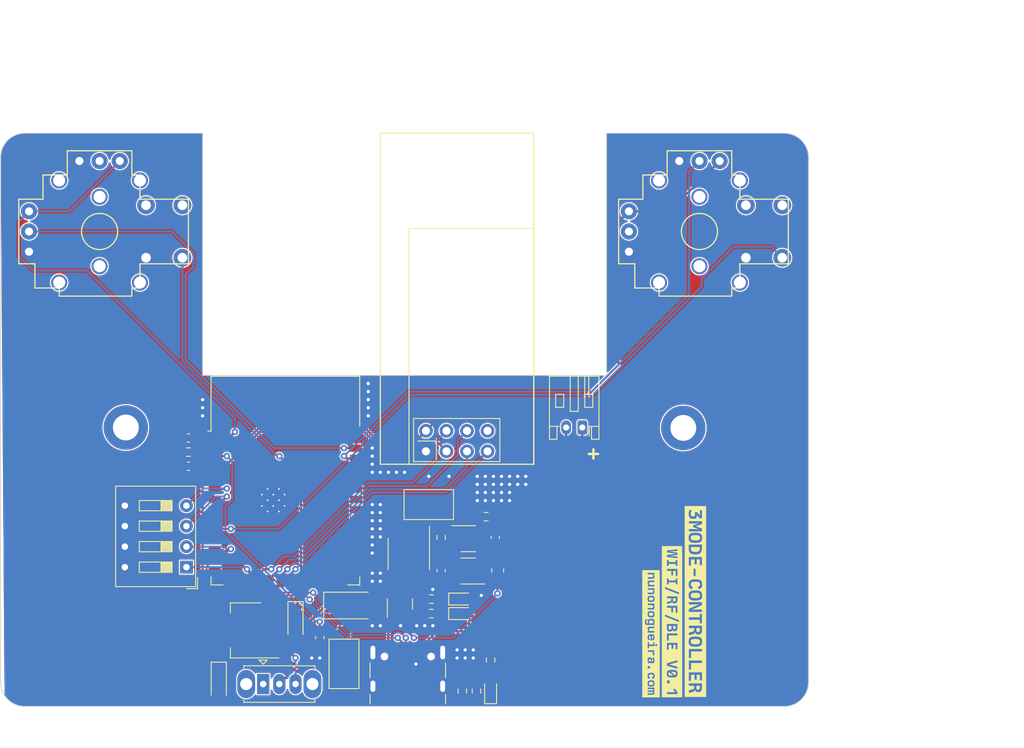
<source format=kicad_pcb>
(kicad_pcb (version 20240108) (generator "pcbnew") (generator_version "8.0")
  (title_block (date "2024-04-21"))
  (layers (0 "F.Cu" signal) (31 "B.Cu" signal) (34 "B.Paste" user) (35 "F.Paste" user) (36 "B.SilkS" user "B.Silkscreen") (37 "F.SilkS" user "F.Silkscreen") (38 "B.Mask" user) (39 "F.Mask" user) (44 "Edge.Cuts" user))
  (net 0 "")
  (net 1 "ESP32-RESET")
  (net 2 "GND")
  (net 3 "+5V")
  (net 4 "+3.3V")
  (net 5 "Net-(IC1-VCC)")
  (net 6 "Net-(IC1-GND)")
  (net 7 "Net-(SW4-C)")
  (net 8 "Net-(D1-A)")
  (net 9 "Net-(D2-K)")
  (net 10 "Net-(D3-K)")
  (net 11 "VSPLY")
  (net 12 "Net-(IC1-OD)")
  (net 13 "Net-(IC1-CS)")
  (net 14 "Net-(IC1-OC)")
  (net 16 "Net-(J2-CC1)")
  (net 17 "ESP32-D+")
  (net 18 "ESP32-D-")
  (net 20 "Net-(J2-CC2)")
  (net 22 "VBAT+PROTECT")
  (net 23 "Net-(U1-PROG)")
  (net 24 "Net-(U1-~{STDBY})")
  (net 25 "Net-(U1-~{CHRG})")
  (net 26 "ESP32-BOOT0")
  (net 28 "ESP32_RF_SPI_CE")
  (net 29 "ESP32-PULLUP-3")
  (net 30 "ESP32-PULLUP-4")
  (net 33 "ESP32-PULLUP-2")
  (net 37 "ESP32_RF_SPI_CNS")
  (net 38 "ESP32_RF_SPI_MOSI")
  (net 39 "ESP32_RF_SPI_SCK")
  (net 40 "ESP32_RF_SPI_MISO")
  (net 41 "ESP32-PULLUP-1")
  (net 56 "ESP32_JOYSTICK_X")
  (net 57 "ESP32_JOYSTICK_Y")
  (net 62 "JS_LEFT_IRQ")
  (net 65 "JS_RIGHT_IRQ")
  (footprint "Capacitor_SMD:C_0603_1608Metric_Pad1.08x0.95mm_HandSolder" (layer "F.Cu") (at 283.25 127.25 180)
    (property "Reference" "C3" (hide yes))
    (property "Value" "10u")
  )
  (footprint "RF_Module:ESP32-S3-WROOM-1" (layer "F.Cu") (at 295.25 132.5)
    (property "Reference" "U2" (hide yes))
    (property "Value" "ESP32-S3-WROOM-1")
  )
  (footprint "kibuzzard-66255856" (layer "F.Cu") (at 340.5 151.5 -90)
    (property "Reference" "kibuzzard-66255856" (hide yes))
    (property "Value" "G***" (hide yes))
  )
  (footprint "Resistor_SMD:R_0603_1608Metric_Pad0.98x0.95mm_HandSolder" (layer "F.Cu") (at 314.52875 139.575 -90)
    (property "Reference" "R2" (hide yes))
    (property "Value" "1.2k")
  )
  (footprint "kibuzzard-66255BA9" (layer "F.Cu") (at 343.1 150 -90)
    (property "Reference" "kibuzzard-66255BA9" (hide yes))
    (property "Value" "G***" (hide yes))
  )
  (footprint "Button_Switch_SMD:SW_SPST_CK_RS282G05A3" (layer "F.Cu") (at 302.5 155.2275 -90)
    (property "Reference" "SW1" (hide yes))
    (property "Value" "reset")
  )
  (footprint "Package_TO_SOT_SMD:SOT-23-6_Handsoldering" (layer "F.Cu") (at 317.87875 139.725)
    (property "Reference" "IC1" (hide yes))
    (property "Value" "DW01A")
    (property "VALUE" "DW01A" (hide yes))
  )
  (footprint "Capacitor_Tantalum_SMD:CP_EIA-3216-18_Kemet-A_Pad1.58x1.35mm_HandSolder" (layer "F.Cu") (at 287 157.5 -90)
    (property "Reference" "C8" (hide yes))
    (property "Value" "10u")
  )
  (footprint "Package_TO_SOT_SMD:SOT-23" (layer "F.Cu") (at 309.425 147.8125 90)
    (property "Reference" "Q1" (hide yes))
    (property "Value" "FDN336P")
  )
  (footprint "Package_TO_SOT_SMD:SOT-23-6_Handsoldering" (layer "F.Cu") (at 317.87875 143.725 180)
    (property "Reference" "U4" (hide yes))
    (property "Value" "FH8205")
  )
  (footprint "LED_SMD:LED_0603_1608Metric_Pad1.05x0.95mm_HandSolder" (layer "F.Cu") (at 317.125 149)
    (property "Reference" "D3" (hide yes))
    (property "Value" "GLED")
  )
  (footprint "Resistor_SMD:R_0805_2012Metric_Pad1.20x1.40mm_HandSolder" (layer "F.Cu") (at 321.52875 143.675 90)
    (property "Reference" "R5" (hide yes))
    (property "Value" "100")
  )
  (footprint "Resistor_SMD:R_0603_1608Metric_Pad0.98x0.95mm_HandSolder" (layer "F.Cu") (at 313.3125 149 180)
    (property "Reference" "R6" (hide yes))
    (property "Value" "5.1K")
  )
  (footprint "Button_Switch_THT:SW_Slide_1P2T_CK_OS102011MS2Q" (layer "F.Cu") (at 292.5 157.7275)
    (property "Reference" "SW4" (hide yes))
    (property "Value" "SW_SPDT")
  )
  (footprint "Package_SO:SOP-8_3.9x4.9mm_P1.27mm" (layer "F.Cu") (at 310.52875 141.625 -90)
    (property "Reference" "U1" (hide yes))
    (property "Value" "TP4056")
  )
  (footprint "kicad-lib-input:RKJXV1224005" (layer "F.Cu") (at 272.25 101.675 90)
    (property "Reference" "U7" (hide yes))
    (property "Value" "RKJXV1224005")
  )
  (footprint "Button_Switch_THT:SW_DIP_SPSTx04_Slide_9.78x12.34mm_W7.62mm_P2.54mm" (layer "F.Cu") (at 283 143.25 180)
    (property "Reference" "SW3" (hide yes))
    (property "Value" "SW_DIP_x04")
  )
  (footprint "LED_SMD:LED_0603_1608Metric_Pad1.05x0.95mm_HandSolder" (layer "F.Cu") (at 320.65 158.5 90)
    (property "Reference" "D1" (hide yes))
    (property "Value" "LED")
  )
  (footprint "Diode_SMD:D_SMA" (layer "F.Cu") (at 303.5 148)
    (property "Reference" "D4" (hide yes))
    (property "Value" "SS14")
  )
  (footprint "Capacitor_SMD:C_0603_1608Metric_Pad1.08x0.95mm_HandSolder" (layer "F.Cu") (at 314.52875 143.675 90)
    (property "Reference" "C2" (hide yes))
    (property "Value" "0.1u")
  )
  (footprint "Resistor_SMD:R_0603_1608Metric_Pad0.98x0.95mm_HandSolder" (layer "F.Cu") (at 320.65 154.75 90)
    (property "Reference" "R7" (hide yes))
    (property "Value" "5.1K")
  )
  (footprint "MountingHole:MountingHole_3.2mm_M3_ISO14580_Pad" (layer "F.Cu") (at 344.5 126)
    (property "Reference" "H2" (hide yes))
    (property "Value" "MountingHole")
  )
  (footprint "Button_Switch_SMD:SW_SPST_CK_RS282G05A3" (layer "F.Cu") (at 313 135.5)
    (property "Reference" "SW2" (hide yes))
    (property "Value" "boot")
  )
  (footprint "Capacitor_SMD:C_0603_1608Metric_Pad1.08x0.95mm_HandSolder" (layer "F.Cu") (at 283.25 130.75 180)
    (property "Reference" "C5" (hide yes))
    (property "Value" "10u")
  )
  (footprint "kicad-lib-input:RKJXV1224005" (layer "F.Cu") (at 346.5 101.675 90)
    (property "Reference" "U8" (hide yes))
    (property "Value" "RKJXV1224005")
  )
  (footprint "MountingHole:MountingHole_3.2mm_M3_ISO14580_Pad" (layer "F.Cu") (at 275.5 125.95)
    (property "Reference" "H1" (hide yes))
    (property "Value" "MountingHole")
  )
  (footprint "Connector_USB:USB_C_Receptacle_GCT_USB4105-xx-A_16P_TopMnt_Horizontal" (layer "F.Cu") (at 310.4 156.925)
    (property "Reference" "J2" (hide yes))
    (property "Value" "USB_C_Receptacle")
  )
  (footprint "Resistor_SMD:R_0603_1608Metric_Pad0.98x0.95mm_HandSolder" (layer "F.Cu") (at 318.9 158.5875 -90)
    (property "Reference" "R4" (hide yes))
    (property "Value" "5.1K")
  )
  (footprint "Package_TO_SOT_SMD:SOT-223-3_TabPin2" (layer "F.Cu") (at 290.35 151.08 180)
    (property "Reference" "U5" (hide yes))
    (property "Value" "AMS1117-3.3")
  )
  (footprint "Resistor_SMD:R_0603_1608Metric_Pad0.98x0.95mm_HandSolder" (layer "F.Cu") (at 283.25 129)
    (property "Reference" "R1" (hide yes))
    (property "Value" "5.1K")
  )
  (footprint "Resistor_SMD:R_0603_1608Metric_Pad0.98x0.95mm_HandSolder" (layer "F.Cu") (at 320.0875 137)
    (property "Reference" "R9" (hide yes))
    (property "Value" "1k")
  )
  (footprint "LED_SMD:LED_0603_1608Metric_Pad1.05x0.95mm_HandSolder" (layer "F.Cu") (at 317.125 147.2)
    (property "Reference" "D2" (hide yes))
    (property "Value" "RLED")
  )
  (footprint "Connector_JST:JST_PH_S2B-PH-K_1x02_P2.00mm_Horizontal" (layer "F.Cu") (at 332 125.95 180)
    (property "Reference" "J1" (hide yes))
    (property "Value" "JST XH")
  )
  (footprint "Capacitor_Tantalum_SMD:CP_EIA-3216-18_Kemet-A_Pad1.58x1.35mm_HandSolder" (layer "F.Cu") (at 296.5 150 -90)
    (property "Reference" "C7" (hide yes))
    (property "Value" "10u")
  )
  (footprint "Resistor_SMD:R_0603_1608Metric_Pad0.98x0.95mm_HandSolder" (layer "F.Cu") (at 313.3125 147.2 180)
    (property "Reference" "R10" (hide yes))
    (property "Value" "5.1K")
  )
  (footprint "Capacitor_SMD:C_0603_1608Metric_Pad1.08x0.95mm_HandSolder" (layer "F.Cu") (at 299.5 151.9775 -90)
    (property "Reference" "C1" (hide yes))
    (property "Value" "1u")
  )
  (footprint "Capacitor_SMD:C_0603_1608Metric_Pad1.08x0.95mm_HandSolder" (layer "F.Cu") (at 321.22875 139.575 90)
    (property "Reference" "C4" (hide yes))
    (property "Value" "0.1u")
  )
  (footprint "RF_Module:nRF24L01_Breakout" (layer "F.Cu") (at 312.65 128.9 90)
    (property "Reference" "U6" (hide yes))
    (property "Value" "NRF24L01_Breakout")
  )
  (footprint "kibuzzard-662557D5" (layer "F.Cu") (at 346 147.5 -90)
    (property "Reference" "kibuzzard-662557D5" (hide yes))
    (property "Value" "G***" (hide yes))
  )
  (footprint "Resistor_SMD:R_0603_1608Metric_Pad0.98x0.95mm_HandSolder" (layer "F.Cu") (at 317.15 158.5875 90)
    (property "Reference" "R3" (hide yes))
    (property "Value" "5.1K")
  )
  (gr_rect (start 307 89.5) (end 326 130.5) (stroke (width 0.15)) (fill none) (layer "F.SilkS"))
  (gr_line (start 285 89.5) (end 285 119.5) (stroke (width 0.1)) (layer "Edge.Cuts"))
  (gr_line (start 335 89.5) (end 335 119.5) (stroke (width 0.1)) (layer "Edge.Cuts"))
  (gr_line (start 357 160.5) (end 263 160.5) (stroke (width 0.1)) (layer "Edge.Cuts"))
  (gr_arc (start 357 89.5) (mid 359.12132 90.37868) (end 360 92.5) (stroke (width 0.1)) (layer "Edge.Cuts"))
  (gr_arc (start 263 160.5) (mid 260.87868 159.62132) (end 260 157.5) (stroke (width 0.1)) (layer "Edge.Cuts"))
  (gr_line (start 263 89.5) (end 285 89.5) (stroke (width 0.1)) (layer "Edge.Cuts"))
  (gr_arc (start 260 92.5) (mid 260.87868 90.37868) (end 263 89.5) (stroke (width 0.1)) (layer "Edge.Cuts"))
  (gr_line (start 360 92.5) (end 360 157.5) (stroke (width 0.1)) (layer "Edge.Cuts"))
  (gr_line (start 285 119.5) (end 335 119.5) (stroke (width 0.1)) (layer "Edge.Cuts"))
  (gr_arc (start 360 157.5) (mid 359.12132 159.62132) (end 357 160.5) (stroke (width 0.1)) (layer "Edge.Cuts"))
  (gr_line (start 357 89.5) (end 335 89.5) (stroke (width 0.1)) (layer "Edge.Cuts"))
  (gr_line (start 260 157.5) (end 260 92.5) (stroke (width 0.1)) (layer "Edge.Cuts"))
  (gr_text "+" (at 334.5 130 0) (layer "F.SilkS") (effects (font (size 1.5 1.5) (thickness 0.3) (bold yes)) (justify left bottom mirror)))
  (segment (start 284.9425 129.78) (end 284.1625 129) (width 0.25) (layer "F.Cu") (net 1))
  (segment (start 299.5 150) (end 299.5 151.115) (width 0.25) (layer "F.Cu") (net 1))
  (segment (start 299.5 151.115) (end 299.885 151.115) (width 0.25) (layer "F.Cu") (net 1))
  (segment (start 288 129.5) (end 286.78 129.5) (width 0.25) (layer "F.Cu") (net 1))
  (segment (start 286.5 129.78) (end 284.9425 129.78) (width 0.25) (layer "F.Cu") (net 1))
  (segment (start 300.0975 151.3275) (end 302.5 151.3275) (width 0.25) (layer "F.Cu") (net 1))
  (segment (start 299.885 151.115) (end 300.0975 151.3275) (width 0.25) (layer "F.Cu") (net 1))
  (segment (start 286.78 129.5) (end 286.5 129.78) (width 0.25) (layer "F.Cu") (net 1))
  (via (at 299.5 150) (size 0.8) (drill 0.4) (layers "F.Cu" "B.Cu") (net 1))
  (via (at 288 129.5) (size 0.8) (drill 0.4) (layers "F.Cu" "B.Cu") (net 1))
  (segment (start 299.045405 150) (end 299.5 150) (width 0.25) (layer "B.Cu") (net 1))
  (segment (start 295.5 146.454595) (end 287.825 138.779595) (width 0.25) (layer "B.Cu") (net 1))
  (segment (start 295.5 146.454595) (end 299.045405 150) (width 0.25) (layer "B.Cu") (net 1))
  (segment (start 288.675 134.88528) (end 288.675 130.175) (width 0.25) (layer "B.Cu") (net 1))
  (segment (start 287.825 135.73528) (end 288.675 134.88528) (width 0.25) (layer "B.Cu") (net 1))
  (segment (start 288.675 130.175) (end 288 129.5) (width 0.25) (layer "B.Cu") (net 1))
  (segment (start 287.825 138.779595) (end 287.825 135.73528) (width 0.25) (layer "B.Cu") (net 1))
  (via (at 306 140.5) (size 0.8) (drill 0.4) (layers "F.Cu" "B.Cu") (net 2))
  (via (at 299.5 154.5) (size 0.8) (drill 0.4) (layers "F.Cu" "B.Cu") (net 2))
  (via (at 307 139.5) (size 0.8) (drill 0.4) (layers "F.Cu" "B.Cu") (net 2))
  (via (at 319 133) (size 0.8) (drill 0.4) (layers "F.Cu" "B.Cu") (net 2))
  (via (at 307 144) (size 0.8) (drill 0.4) (layers "F.Cu" "B.Cu") (net 2))
  (via (at 317.5 154.5) (size 0.8) (drill 0.4) (layers "F.Cu" "B.Cu") (net 2))
  (via (at 313.5 150.5) (size 0.8) (drill 0.4) (layers "F.Cu" "B.Cu") (net 2))
  (via (at 298.5 154.5) (size 0.8) (drill 0.4) (layers "F.Cu" "B.Cu") (net 2))
  (via (at 307 135.5) (size 0.8) (drill 0.4) (layers "F.Cu" "B.Cu") (net 2))
  (via (at 320 133) (size 0.8) (drill 0.4) (layers "F.Cu" "B.Cu") (net 2))
  (via (at 305.5 124.5) (size 0.8) (drill 0.4) (layers "F.Cu" "B.Cu") (net 2))
  (via (at 320 132) (size 0.8) (drill 0.4) (layers "F.Cu" "B.Cu") (net 2))
  (via (at 319.5 146.75) (size 0.8) (drill 0.4) (layers "F.Cu" "B.Cu") (net 2))
  (via (at 306 130.5) (size 0.8) (drill 0.4) (layers "F.Cu" "B.Cu") (net 2))
  (via (at 306 131.5) (size 0.8) (drill 0.4) (layers "F.Cu" "B.Cu") (net 2))
  (via (at 313.5 146) (size 0.8) (drill 0.4) (layers "F.Cu" "B.Cu") (net 2))
  (via (at 311.5 150.5) (size 0.8) (drill 0.4) (layers "F.Cu" "B.Cu") (net 2))
  (via (at 325 133) (size 0.8) (drill 0.4) (layers "F.Cu" "B.Cu") (net 2))
  (via (at 321 135) (size 0.8) (drill 0.4) (layers "F.Cu" "B.Cu") (net 2))
  (via (at 317.5 153.5) (size 0.8) (drill 0.4) (layers "F.Cu" "B.Cu") (net 2))
  (via (at 316.5 153.5) (size 0.8) (drill 0.4) (layers "F.Cu" "B.Cu") (net 2))
  (via (at 306 141.5) (size 0.8) (drill 0.4) (layers "F.Cu" "B.Cu") (net 2))
  (via (at 285 124.5) (size 0.8) (drill 0.4) (layers "F.Cu" "B.Cu") (net 2))
  (via (at 325 132) (size 0.8) (drill 0.4) (layers "F.Cu" "B.Cu") (net 2))
  (via (at 324 132) (size 0.8) (drill 0.4) (layers "F.Cu" "B.Cu") (net 2))
  (via (at 319 135) (size 0.8) (drill 0.4) (layers "F.Cu" "B.Cu") (net 2))
  (via (at 323 134) (size 0.8) (drill 0.4) (layers "F.Cu" "B.Cu") (net 2))
  (via (at 322 133) (size 0.8) (drill 0.4) (layers "F.Cu" "B.Cu") (net 2))
  (via (at 306 144) (size 0.8) (drill 0.4) (layers "F.Cu" "B.Cu") (net 2))
  (via (at 305.5 121.5) (size 0.8) (drill 0.4) (layers "F.Cu" "B.Cu") (net 2))
  (via (at 305.5 120.5) (size 0.8) (drill 0.4) (layers "F.Cu" "B.Cu") (net 2))
  (via (at 320 134) (size 0.8) (drill 0.4) (layers "F.Cu" "B.Cu") (net 2))
  (via (at 306 135.5) (size 0.8) (drill 0.4) (layers "F.Cu" "B.Cu") (net 2))
  (via (at 321 133) (size 0.8) (drill 0.4) (layers "F.Cu" "B.Cu") (net 2))
  (via (at 309 131.5) (size 0.8) (drill 0.4) (layers "F.Cu" "B.Cu") (net 2))
  (via (at 318.5 154.5) (size 0.8) (drill 0.4) (layers "F.Cu" "B.Cu") (net 2))
  (via (at 319 134) (size 0.8) (drill 0.4) (layers "F.Cu" "B.Cu") (net 2))
  (via (at 318.5 153.5) (size 0.8) (drill 0.4) (layers "F.Cu" "B.Cu") (net 2))
  (via (at 307 145) (size 0.8) (drill 0.4) (layers "F.Cu" "B.Cu") (net 2))
  (via (at 310 131.5) (size 0.8) (drill 0.4) (layers "F.Cu" "B.Cu") (net 2))
  (via (at 315.5 132) (size 0.8) (drill 0.4) (layers "F.Cu" "B.Cu") (net 2))
  (via (at 305.5 123.5) (size 0.8) (drill 0.4) (layers "F.Cu" "B.Cu") (net 2))
  (via (at 320 135) (size 0.8) (drill 0.4) (layers "F.Cu" "B.Cu") (net 2))
  (via (at 306 150.5) (size 0.8) (drill 0.4) (layers "F.Cu" "B.Cu") (net 2))
  (via (at 306 138.5) (size 0.8) (drill 0.4) (layers "F.Cu" "B.Cu") (net 2))
  (via (at 285 122.5) (size 0.8) (drill 0.4) (layers "F.Cu" "B.Cu") (net 2))
  (via (at 322 134) (size 0.8) (drill 0.4) (layers "F.Cu" "B.Cu") (net 2))
  (via (at 321 132) (size 0.8) (drill 0.4) (layers "F.Cu" "B.Cu") (net 2))
  (via (at 306 128.5) (size 0.8) (drill 0.4) (layers "F.Cu" "B.Cu") (net 2))
  (via (at 313 132) (size 0.8) (drill 0.4) (layers "F.Cu" "B.Cu") (net 2))
  (via (at 307 150.5) (size 0.8) (drill 0.4) (layers "F.Cu" "B.Cu") (net 2))
  (via (at 309.5 150.5) (size 0.8) (drill 0.4) (layers "F.Cu" "B.Cu") (net 2))
  (via (at 312.5 150.5) (size 0.8) (drill 0.4) (layers "F.Cu" "B.Cu") (net 2))
  (via (at 324 133) (size 0.8) (drill 0.4) (layers "F.Cu" "B.Cu") (net 2))
  (via (at 307 137.5) (size 0.8) (drill 0.4) (layers "F.Cu" "B.Cu") (net 2))
  (via (at 323 135) (size 0.8) (drill 0.4) (layers "F.Cu" "B.Cu") (net 2))
  (via (at 307 131.5) (size 0.8) (drill 0.4) (layers "F.Cu" "B.Cu") (net 2))
  (via (at 316.5 154.5) (size 0.8) (drill 0.4) (layers "F.Cu" "B.Cu") (net 2))
  (via (at 306 129.5) (size 0.8) (drill 0.4) (layers "F.Cu" "B.Cu") (net 2))
  (via (at 323 132) (size 0.8) (drill 0.4) (layers "F.Cu" "B.Cu") (net 2))
  (via (at 322 132) (size 0.8) (drill 0.4) (layers "F.Cu" "B.Cu") (net 2))
  (via (at 306 137.5) (size 0.8) (drill 0.4) (layers "F.Cu" "B.Cu") (net 2))
  (via (at 306 136.5) (size 0.8) (drill 0.4) (layers "F.Cu" "B.Cu") (net 2))
  (via (at 319 132) (size 0.8) (drill 0.4) (layers "F.Cu" "B.Cu") (net 2))
  (via (at 307 138.5) (size 0.8) (drill 0.4) (layers "F.Cu" "B.Cu") (net 2))
  (via (at 307 136.5) (size 0.8) (drill 0.4) (layers "F.Cu" "B.Cu") (net 2))
  (via (at 323 133) (size 0.8) (drill 0.4) (layers "F.Cu" "B.Cu") (net 2))
  (via (at 322 135) (size 0.8) (drill 0.4) (layers "F.Cu" "B.Cu") (net 2))
  (via (at 311.4 155.25) (size 0.8) (drill 0.4) (layers "F.Cu" "B.Cu") (net 2))
  (via (at 306 139.5) (size 0.8) (drill 0.4) (layers "F.Cu" "B.Cu") (net 2))
  (via (at 305.5 122.5) (size 0.8) (drill 0.4) (layers "F.Cu" "B.Cu") (net 2))
  (via (at 306 145) (size 0.8) (drill 0.4) (layers "F.Cu" "B.Cu") (net 2))
  (via (at 321 134) (size 0.8) (drill 0.4) (layers "F.Cu" "B.Cu") (net 2))
  (via (at 285 123.5) (size 0.8) (drill 0.4) (layers "F.Cu" "B.Cu") (net 2))
  (via (at 308 131.5) (size 0.8) (drill 0.4) (layers "F.Cu" "B.Cu") (net 2))
  (segment (start 308.62375 140.213249) (end 308.62375 139) (width 0.25) (layer "F.Cu") (net 3))
  (segment (start 316.075 145.275) (end 318 147.2) (width 0.25) (layer "F.Cu") (net 3))
  (segment (start 308 149.225) (end 308 153.245) (width 0.3) (layer "F.Cu") (net 3))
  (segment (start 318 149) (end 318 151.1875) (width 0.25) (layer "F.Cu") (net 3))
  (segment (start 308.475 148.75) (end 308 149.225) (width 0.3) (layer "F.Cu") (net 3))
  (segment (start 314.0325 151.1875) (end 318 151.1875) (width 0.25) (layer "F.Cu") (net 3))
  (segment (start 318 151.1875) (end 320.65 153.8375) (width 0.25) (layer "F.Cu") (net 3))
  (segment (start 307.725 148) (end 308.475 148.75) (width 0.3) (layer "F.Cu") (net 3))
  (segment (start 312.8 152.42) (end 314.0325 151.1875) (width 0.25) (layer "F.Cu") (net 3))
  (segment (start 314.52875 144.5375) (end 312.72125 144.5375) (width 0.25) (layer "F.Cu") (net 3))
  (segment (start 312.72125 144.5375) (end 312.43375 144.25) (width 0.25) (layer "F.Cu") (net 3))
  (segment (start 314.52875 144.5375) (end 315.26625 145.275) (width 0.25) (layer "F.Cu") (net 3))
  (segment (start 312.43375 144.023249) (end 308.62375 140.213249) (width 0.25) (layer "F.Cu") (net 3))
  (segment (start 312.8 153.245) (end 312.8 152.42) (width 0.25) (layer "F.Cu") (net 3))
  (segment (start 315.26625 145.275) (end 316.075 145.275) (width 0.25) (layer "F.Cu") (net 3))
  (segment (start 318 147.2) (end 318 149) (width 0.25) (layer "F.Cu") (net 3))
  (segment (start 305.5 148) (end 307.725 148) (width 0.3) (layer "F.Cu") (net 3))
  (segment (start 312.43375 144.25) (end 312.43375 144.023249) (width 0.25) (layer "F.Cu") (net 3))
  (segment (start 282.3625 129) (end 284.1125 127.25) (width 0.25) (layer "F.Cu") (net 4))
  (segment (start 316.51 122.5) (end 332.176777 122.5) (width 0.25) (layer "F.Cu") (net 4))
  (segment (start 312.65 126.36) (end 311.925 127.085) (width 0.25) (layer "F.Cu") (net 4))
  (segment (start 289.474314 128.51) (end 286.5 128.51) (width 0.25) (layer "F.Cu") (net 4))
  (segment (start 287.2 146.98033) (end 287.2 151.08) (width 0.25) (layer "F.Cu") (net 4))
  (segment (start 337.77 99.175) (end 342.77 99.175) (width 0.25) (layer "F.Cu") (net 4))
  (segment (start 286.99 128.51) (end 286.5 128.51) (width 0.25) (layer "F.Cu") (net 4))
  (segment (start 312.65 126.36) (end 316.51 122.5) (width 0.25) (layer "F.Cu") (net 4))
  (segment (start 284.1125 130.75) (end 284.1125 132.1125) (width 0.25) (layer "F.Cu") (net 4))
  (segment (start 336.495 118.181777) (end 336.495 100.45) (width 0.25) (layer "F.Cu") (net 4))
  (segment (start 342.77 99.175) (end 349 92.945) (width 0.25) (layer "F.Cu") (net 4))
  (segment (start 285 144.78033) (end 287.2 146.98033) (width 0.25) (layer "F.Cu") (net 4))
  (segment (start 332.176777 122.5) (end 336.495 118.181777) (width 0.25) (layer "F.Cu") (net 4))
  (segment (start 306.160686 127.085) (end 305.175686 126.1) (width 0.25) (layer "F.Cu") (net 4))
  (segment (start 282.3375 129) (end 282.3625 129) (width 0.25) (layer "F.Cu") (net 4))
  (segment (start 336.495 100.45) (end 337.77 99.175) (width 0.25) (layer "F.Cu") (net 4))
  (segment (start 285 133) (end 285 144.78033) (width 0.25) (layer "F.Cu") (net 4))
  (segment (start 291.884314 126.1) (end 289.474314 128.51) (width 0.25) (layer "F.Cu") (net 4))
  (segment (start 285.51 128.51) (end 286.5 128.51) (width 0.25) (layer "F.Cu") (net 4))
  (segment (start 289 126.5) (end 286.99 128.51) (width 0.25) (layer "F.Cu") (net 4))
  (segment (start 287.2 151.08) (end 293.5 151.08) (width 0.25) (layer "F.Cu") (net 4))
  (segment (start 284.25 127.25) (end 285.51 128.51) (width 0.25) (layer "F.Cu") (net 4))
  (segment (start 284.1125 132.1125) (end 285 133) (width 0.25) (layer "F.Cu") (net 4))
  (segment (start 305.175686 126.1) (end 291.884314 126.1) (width 0.25) (layer "F.Cu") (net 4))
  (segment (start 282.3625 129) (end 284.1125 130.75) (width 0.25) (layer "F.Cu") (net 4))
  (segment (start 284.1125 127.25) (end 284.25 127.25) (width 0.25) (layer "F.Cu") (net 4))
  (segment (start 287 151.28) (end 287.2 151.08) (width 0.25) (layer "F.Cu") (net 4))
  (segment (start 311.925 127.085) (end 306.160686 127.085) (width 0.25) (layer "F.Cu") (net 4))
  (segment (start 287 156.0625) (end 287 151.28) (width 0.25) (layer "F.Cu") (net 4))
  (via (at 289 126.5) (size 0.8) (drill 0.4) (layers "F.Cu" "B.Cu") (net 4))
  (segment (start 288.595926 124.404075) (end 289 124.808149) (width 0.25) (layer "B.Cu") (net 4))
  (segment (start 289 124.808149) (end 289 126.5) (width 0.25) (layer "B.Cu") (net 4))
  (segment (start 270.503123 106.503123) (end 270.694974 106.503123) (width 0.25) (layer "B.Cu") (net 4))
  (segment (start 263.52 99.175) (end 262.245 100.45) (width 0.25) (layer "B.Cu") (net 4))
  (segment (start 262.245 100.45) (end 262.245 104.703123) (width 0.25) (layer "B.Cu") (net 4))
  (segment (start 264.045 106.503123) (end 270.503123 106.503123) (width 0.25) (layer "B.Cu") (net 4))
  (segment (start 262.245 104.703123) (end 264.045 106.503123) (width 0.25) (layer "B.Cu") (net 4))
  (segment (start 268.52 99.175) (end 263.52 99.175) (width 0.25) (layer "B.Cu") (net 4))
  (segment (start 287.609966 123.418115) (end 288.595926 124.404075) (width 0.25) (layer "B.Cu") (net 4))
  (segment (start 270.694974 106.503123) (end 282.1 117.908149) (width 0.25) (layer "B.Cu") (net 4))
  (segment (start 282.1 117.908149) (end 287.609966 123.418115) (width 0.25) (layer "B.Cu") (net 4))
  (segment (start 274.75 92.945) (end 268.52 99.175) (width 0.25) (layer "B.Cu") (net 4))
  (segment (start 319.22875 139.725) (end 320.51625 139.725) (width 0.25) (layer "F.Cu") (net 5))
  (segment (start 321.52875 140.7375) (end 321.22875 140.4375) (width 0.25) (layer "F.Cu") (net 5))
  (segment (start 321.52875 142.675) (end 321.52875 140.7375) (width 0.25) (layer "F.Cu") (net 5))
  (segment (start 320.51625 139.725) (end 321.22875 140.4375) (width 0.25) (layer "F.Cu") (net 5))
  (segment (start 318.17375 144.65) (end 318.17375 138.8) (width 0.25) (layer "F.Cu") (net 6))
  (segment (start 330 129.94125) (end 330 125.95) (width 0.25) (layer "F.Cu") (net 6))
  (segment (start 318.17375 138.8) (end 318.19875 138.775) (width 0.25) (layer "F.Cu") (net 6))
  (segment (start 318.19875 144.675) (end 318.17375 144.65) (width 0.25) (layer "F.Cu") (net 6))
  (segment (start 319.22875 138.775) (end 321.16625 138.775) (width 0.25) (layer "F.Cu") (net 6))
  (segment (start 321.16625 138.775) (end 321.22875 138.7125) (width 0.25) (layer "F.Cu") (net 6))
  (segment (start 318.19875 138.775) (end 319.22875 138.775) (width 0.25) (layer "F.Cu") (net 6))
  (segment (start 319.22875 144.675) (end 318.19875 144.675) (width 0.25) (layer "F.Cu") (net 6))
  (segment (start 321.22875 138.7125) (end 330 129.94125) (width 0.25) (layer "F.Cu") (net 6))
  (segment (start 296.2825 148.78) (end 296.5 148.5625) (width 0.25) (layer "F.Cu") (net 7))
  (segment (start 295.55 153.55) (end 296.5 154.5) (width 0.25) (layer "F.Cu") (net 7))
  (segment (start 296.5 148.5625) (end 295.55 149.5125) (width 0.25) (layer "F.Cu") (net 7))
  (segment (start 295.55 149.5125) (end 295.55 153.55) (width 0.25) (layer "F.Cu") (net 7))
  (segment (start 293.5 148.78) (end 296.2825 148.78) (width 0.25) (layer "F.Cu") (net 7))
  (via (at 296.5 154.5) (size 0.8) (drill 0.4) (layers "F.Cu" "B.Cu") (net 7))
  (segment (start 296.5 154.5) (end 296.5 158) (width 0.25) (layer "B.Cu") (net 7))
  (segment (start 320.65 155.6625) (end 320.65 157.625) (width 0.25) (layer "F.Cu") (net 8))
  (segment (start 314.225 147.2) (end 316.125 147.2) (width 0.25) (layer "F.Cu") (net 9))
  (segment (start 314.225 149) (end 316.125 149) (width 0.25) (layer "F.Cu") (net 10))
  (segment (start 298 152.45) (end 298 150.25) (width 0.3) (layer "F.Cu") (net 11))
  (segment (start 309.125 146.575) (end 309.425 146.875) (width 0.3) (layer "F.Cu") (net 11))
  (segment (start 302.925 146.575) (end 309.125 146.575) (width 0.3) (layer "F.Cu") (net 11))
  (segment (start 300.25 148) (end 301.5 148) (width 0.3) (layer "F.Cu") (net 11))
  (segment (start 298 150.25) (end 300.25 148) (width 0.3) (layer "F.Cu") (net 11))
  (segment (start 301.5 148) (end 302.925 146.575) (width 0.3) (layer "F.Cu") (net 11))
  (segment (start 297.2 155.0275) (end 297.2 153.25) (width 0.3) (layer "F.Cu") (net 11))
  (segment (start 297.2 153.25) (end 298 152.45) (width 0.3) (layer "F.Cu") (net 11))
  (segment (start 294.5 157.7275) (end 297.2 155.0275) (width 0.3) (layer "F.Cu") (net 11))
  (segment (start 316.52875 142.775) (end 317.58375 141.72) (width 0.25) (layer "F.Cu") (net 12))
  (segment (start 317.58375 139.125) (end 317.23375 138.775) (width 0.25) (layer "F.Cu") (net 12))
  (segment (start 317.23375 138.775) (end 316.52875 138.775) (width 0.25) (layer "F.Cu") (net 12))
  (segment (start 317.58375 141.72) (end 317.58375 139.125) (width 0.25) (layer "F.Cu") (net 12))
  (segment (start 315.47375 139.375) (end 315.47375 138.175) (width 0.25) (layer "F.Cu") (net 13))
  (segment (start 319.825 138.175) (end 321 137) (width 0.25) (layer "F.Cu") (net 13))
  (segment (start 315.82375 139.725) (end 315.47375 139.375) (width 0.25) (layer "F.Cu") (net 13))
  (segment (start 316.52875 139.725) (end 315.82375 139.725) (width 0.25) (layer "F.Cu") (net 13))
  (segment (start 315.47375 138.175) (end 319.825 138.175) (width 0.25) (layer "F.Cu") (net 13))
  (segment (start 315.47375 144.325) (end 315.47375 141.73) (width 0.25) (layer "F.Cu") (net 14))
  (segment (start 316.52875 144.675) (end 315.82375 144.675) (width 0.25) (layer "F.Cu") (net 14))
  (segment (start 315.82375 144.675) (end 315.47375 144.325) (width 0.25) (layer "F.Cu") (net 14))
  (segment (start 315.47375 141.73) (end 316.52875 140.675) (width 0.25) (layer "F.Cu") (net 14))
  (segment (start 315.725 156.25) (end 311.33 156.25) (width 0.25) (layer "F.Cu") (net 16))
  (segment (start 311.33 156.25) (end 309.15 154.07) (width 0.25) (layer "F.Cu") (net 16))
  (segment (start 317.15 157.675) (end 315.725 156.25) (width 0.25) (layer "F.Cu") (net 16))
  (segment (start 309.15 154.07) (end 309.15 153.245) (width 0.25) (layer "F.Cu") (net 16))
  (segment (start 286.5 145.25) (end 287.650292 146.400292) (width 0.2) (layer "F.Cu") (net 17))
  (segment (start 286.5 145.25) (end 286.5 143.75) (width 0.2) (layer "F.Cu") (net 17))
  (segment (start 310.15 153.245) (end 310.15 152) (width 0.2) (layer "F.Cu") (net 17))
  (segment (start 287.650292 146.400292) (end 298.674854 146.400292) (width 0.2) (layer "F.Cu") (net 17))
  (via (at 310.15 152) (size 0.8) (drill 0.4) (layers "F.Cu" "B.Cu") (net 17))
  (via (at 298.674854 146.400292) (size 0.8) (drill 0.4) (layers "F.Cu" "B.Cu") (net 17))
  (segment (start 308.8 151.35) (end 308.5 151.65) (width 0.2) (layer "B.Cu") (net 17))
  (segment (start 310.15 152) (end 309.5 151.35) (width 0.2) (layer "B.Cu") (net 17))
  (segment (start 298.674854 146.400292) (end 298.674854 146.424854) (width 0.2) (layer "B.Cu") (net 17))
  (segment (start 299 146.725438) (end 298.674854 146.400292) (width 0.2) (layer "B.Cu") (net 17))
  (segment (start 299 147.5) (end 299 146.725438) (width 0.2) (layer "B.Cu") (net 17))
  (segment (start 308.5 151.65) (end 303.15 151.65) (width 0.2) (layer "B.Cu") (net 17))
  (segment (start 309.5 151.35) (end 308.8 151.35) (width 0.2) (layer "B.Cu") (net 17))
  (segment (start 303.15 151.65) (end 299 147.5) (width 0.2) (layer "B.Cu") (net 17))
  (segment (start 310.6 154.07) (end 310.65 154.02) (width 0.2) (layer "F.Cu") (net 18))
  (segment (start 287.505317 146.750292) (end 297.750292 146.750292) (width 0.2) (layer "F.Cu") (net 18))
  (segment (start 286.5 142.48) (end 286.2 142.48) (width 0.2) (layer "F.Cu") (net 18))
  (segment (start 310.65 154.02) (end 310.65 153.245) (width 0.2) (layer "F.Cu") (net 18))
  (segment (start 309.65 153.245) (end 309.65 154.02) (width 0.2) (layer "F.Cu") (net 18))
  (segment (start 309.7 154.07) (end 310.6 154.07) (width 0.2) (layer "F.Cu") (net 18))
  (segment (start 309.65 154.02) (end 309.7 154.07) (width 0.2) (layer "F.Cu") (net 18))
  (segment (start 287.130026 146.375) (end 287.130026 146.375001) (width 0.2) (layer "F.Cu") (net 18))
  (segment (start 285.5 143.18) (end 285.5 144.75) (width 0.2) (layer "F.Cu") (net 18))
  (segment (start 286.2 142.48) (end 285.5 143.18) (width 0.2) (layer "F.Cu") (net 18))
  (segment (start 287.125 146.375) (end 287.130026 146.375) (width 0.2) (layer "F.Cu") (net 18))
  (segment (start 297.750292 146.750292) (end 298.25 147.25) (width 0.2) (layer "F.Cu") (net 18))
  (segment (start 287.130026 146.375001) (end 287.505317 146.750292) (width 0.2) (layer "F.Cu") (net 18))
  (segment (start 309.65 152.5) (end 309.15 152) (width 0.2) (layer "F.Cu") (net 18))
  (segment (start 309.65 153.245) (end 309.65 152.5) (width 0.2) (layer "F.Cu") (net 18))
  (segment (start 285.5 144.75) (end 287.125 146.375) (width 0.2) (layer "F.Cu") (net 18))
  (via (at 309.15 152) (size 0.8) (drill 0.4) (layers "F.Cu" "B.Cu") (net 18))
  (via (at 298.25 147.25) (size 0.8) (drill 0.4) (layers "F.Cu" "B.Cu") (net 18))
  (segment (start 309.15 152) (end 303 152) (width 0.2) (layer "B.Cu") (net 18))
  (segment (start 303 152) (end 298.25 147.25) (width 0.2) (layer "B.Cu") (net 18))
  (segment (start 318.9 157.675) (end 317.075 155.85) (width 0.25) (layer "F.Cu") (net 20))
  (segment (start 317.075 155.85) (end 313.830051 155.85) (width 0.25) (layer "F.Cu") (net 20))
  (segment (start 313.830051 155.85) (end 312.15 154.169949) (width 0.25) (layer "F.Cu") (net 20))
  (segment (start 312.15 154.169949) (end 312.15 153.245) (width 0.25) (layer "F.Cu") (net 20))
  (segment (start 321.52875 144.675) (end 322.753468 143.450282) (width 0.25) (layer "F.Cu") (net 22))
  (segment (start 321.5 144.70375) (end 321.52875 144.675) (width 0.25) (layer "F.Cu") (net 22))
  (segment (start 308.62375 144.731054) (end 308.62375 144.25) (width 0.25) (layer "F.Cu") (net 22))
  (segment (start 310.375 151.225) (end 310.375 148.75) (width 0.25) (layer "F.Cu") (net 22))
  (segment (start 322.753468 137.753468) (end 332 128.506936) (width 0.25) (layer "F.Cu") (net 22))
  (segment (start 311.15 152) (end 310.375 151.225) (width 0.25) (layer "F.Cu") (net 22))
  (segment (start 321.5 146.5) (end 321.5 144.70375) (width 0.25) (layer "F.Cu") (net 22))
  (segment (start 322.753468 143.450282) (end 322.753468 137.753468) (width 0.25) (layer "F.Cu") (net 22))
  (segment (start 310.375 148.75) (end 310.375 146.482304) (width 0.25) (layer "F.Cu") (net 22))
  (segment (start 310.375 146.482304) (end 308.62375 144.731054) (width 0.25) (layer "F.Cu") (net 22))
  (segment (start 332 128.506936) (end 332 125.95) (width 0.25) (layer "F.Cu") (net 22))
  (via (at 311.15 152) (size 0.8) (drill 0.4) (layers "F.Cu" "B.Cu") (net 22))
  (via (at 321.5 146.5) (size 0.8) (drill 0.4) (layers "F.Cu" "B.Cu") (net 22))
  (segment (start 311.15 152) (end 316 152) (width 0.25) (layer "B.Cu") (net 22))
  (segment (start 316 152) (end 321.5 146.5) (width 0.25) (layer "B.Cu") (net 22))
  (segment (start 311.16375 139) (end 311.16375 138.773249) (width 0.25) (layer "F.Cu") (net 23))
  (segment (start 312.136999 137.8) (end 313.66625 137.8) (width 0.25) (layer "F.Cu") (net 23))
  (segment (start 311.16375 138.773249) (end 312.136999 137.8) (width 0.25) (layer "F.Cu") (net 23))
  (segment (start 313.66625 137.8) (end 314.52875 138.6625) (width 0.25) (layer "F.Cu") (net 23))
  (segment (start 311.6375 148.2375) (end 312.4 149) (width 0.25) (layer "F.Cu") (net 24))
  (segment (start 309.89375 145.435368) (end 311.6375 147.179118) (width 0.25) (layer "F.Cu") (net 24))
  (segment (start 311.6375 147.179118) (end 311.6375 148.2375) (width 0.25) (layer "F.Cu") (net 24))
  (segment (start 309.89375 144.25) (end 309.89375 145.435368) (width 0.25) (layer "F.Cu") (net 24))
  (segment (start 311.16375 144.25) (end 311.16375 145.96375) (width 0.25) (layer "F.Cu") (net 25))
  (segment (start 311.16375 145.96375) (end 312.4 147.2) (width 0.25) (layer "F.Cu") (net 25))
  (segment (start 305 143.75) (end 308.04875 140.70125) (width 0.25) (layer "F.Cu") (net 26))
  (segment (start 308.04875 136.55125) (end 309.1 135.5) (width 0.25) (layer "F.Cu") (net 26))
  (segment (start 308.04875 140.70125) (end 308.04875 136.55125) (width 0.25) (layer "F.Cu") (net 26))
  (segment (start 304 143.75) (end 305 143.75) (width 0.25) (layer "F.Cu") (net 26))
  (segment (start 305.01 126.5) (end 292.05 126.5) (width 0.25) (layer "F.Cu") (net 28))
  (segment (start 292.05 126.5) (end 287.5 131.05) (width 0.25) (layer "F.Cu") (net 28))
  (segment (start 313.775 127.485) (end 305.995 127.485) (width 0.25) (layer "F.Cu") (net 28))
  (segment (start 315.19 128.9) (end 313.775 127.485) (width 0.25) (layer "F.Cu") (net 28))
  (segment (start 305.995 127.485) (end 305.01 126.5) (width 0.25) (layer "F.Cu") (net 28))
  (segment (start 287.5 131.05) (end 286.5 131.05) (width 0.25) (layer "F.Cu") (net 28))
  (segment (start 288.29 141.21) (end 288.5 141) (width 0.25) (layer "F.Cu") (net 29))
  (segment (start 286.5 141.21) (end 288.29 141.21) (width 0.25) (layer "F.Cu") (net 29))
  (via (at 288.5 141) (size 0.8) (drill 0.4) (layers "F.Cu" "B.Cu") (net 29))
  (segment (start 288.5 141) (end 288 141) (width 0.25) (layer "B.Cu") (net 29))
  (segment (start 288 141) (end 287.71 140.71) (width 0.25) (layer "B.Cu") (net 29))
  (segment (start 287.71 140.71) (end 283 140.71) (width 0.25) (layer "B.Cu") (net 29))
  (segment (start 290.805 143.805) (end 290.5 143.5) (width 0.25) (layer "F.Cu") (net 30))
  (segment (start 290.805 145) (end 290.805 143.805) (width 0.25) (layer "F.Cu") (net 30))
  (via (at 290.5 143.5) (size 0.8) (drill 0.4) (layers "F.Cu" "B.Cu") (net 30))
  (segment (start 290.25 143.25) (end 290.5 143.5) (width 0.25) (layer "B.Cu") (net 30))
  (segment (start 283 143.25) (end 290.25 143.25) (width 0.25) (layer "B.Cu") (net 30))
  (segment (start 286.5 134.86) (end 287.64 134.86) (width 0.25) (layer "F.Cu") (net 33))
  (segment (start 287.64 134.86) (end 288 134.5) (width 0.25) (layer "F.Cu") (net 33))
  (via (at 288 134.5) (size 0.8) (drill 0.4) (layers "F.Cu" "B.Cu") (net 33))
  (segment (start 288 134.5) (end 286.67 134.5) (width 0.25) (layer "B.Cu") (net 33))
  (segment (start 286.67 134.5) (end 283 138.17) (width 0.25) (layer "B.Cu") (net 33))
  (segment (start 292.575 143.5) (end 293.5 143.5) (width 0.25) (layer "F.Cu") (net 37))
  (segment (start 292.075 145) (end 292.075 144) (width 0.25) (layer "F.Cu") (net 37))
  (segment (start 292.075 144) (end 292.575 143.5) (width 0.25) (layer "F.Cu") (net 37))
  (via (at 293.5 143.5) (size 0.8) (drill 0.4) (layers "F.Cu" "B.Cu") (net 37))
  (segment (start 314.065 129.735) (end 314.065 127.485) (width 0.25) (layer "B.Cu") (net 37))
  (segment (start 311 132.8) (end 314.065 129.735) (width 0.25) (layer "B.Cu") (net 37))
  (segment (start 295.082843 141.917157) (end 296.385785 141.917157) (width 0.25) (layer "B.Cu") (net 37))
  (segment (start 314.065 127.485) (end 315.19 126.36) (width 0.25) (layer "B.Cu") (net 37))
  (segment (start 296.385785 141.917157) (end 305.502942 132.8) (width 0.25) (layer "B.Cu") (net 37))
  (segment (start 305.502942 132.8) (end 311 132.8) (width 0.25) (layer "B.Cu") (net 37))
  (segment (start 293.5 143.5) (end 295.082843 141.917157) (width 0.25) (layer "B.Cu") (net 37))
  (segment (start 293.345 145) (end 293.345 144.655) (width 0.25) (layer "F.Cu") (net 38))
  (segment (start 293.345 144.655) (end 294.5 143.5) (width 0.25) (layer "F.Cu") (net 38))
  (via (at 294.5 143.5) (size 0.8) (drill 0.4) (layers "F.Cu" "B.Cu") (net 38))
  (segment (start 316.605 129.365991) (end 316.605 127.485) (width 0.25) (layer "B.Cu") (net 38))
  (segment (start 296.551471 142.317157) (end 305.668628 133.2) (width 0.25) (layer "B.Cu") (net 38))
  (segment (start 295.682843 142.317157) (end 296.551471 142.317157) (width 0.25) (layer "B.Cu") (net 38))
  (segment (start 294.5 143.5) (end 295.682843 142.317157) (width 0.25) (layer "B.Cu") (net 38))
  (segment (start 316.605 127.485) (end 317.73 126.36) (width 0.25) (layer "B.Cu") (net 38))
  (segment (start 305.668628 133.2) (end 312.770991 133.2) (width 0.25) (layer "B.Cu") (net 38))
  (segment (start 312.770991 133.2) (end 316.605 129.365991) (width 0.25) (layer "B.Cu") (net 38))
  (segment (start 294.615 145) (end 294.615 144.385) (width 0.25) (layer "F.Cu") (net 39))
  (segment (start 294.615 144.385) (end 295.5 143.5) (width 0.25) (layer "F.Cu") (net 39))
  (via (at 295.5 143.5) (size 0.8) (drill 0.4) (layers "F.Cu" "B.Cu") (net 39))
  (segment (start 296.717157 142.717157) (end 305.834314 133.6) (width 0.25) (layer "B.Cu") (net 39))
  (segment (start 315.004314 133.6) (end 317.73 130.874314) (width 0.25) (layer "B.Cu") (net 39))
  (segment (start 296.282843 142.717157) (end 296.717157 142.717157) (width 0.25) (layer "B.Cu") (net 39))
  (segment (start 295.5 143.5) (end 296.282843 142.717157) (width 0.25) (layer "B.Cu") (net 39))
  (segment (start 317.73 130.874314) (end 317.73 128.9) (width 0.25) (layer "B.Cu") (net 39))
  (segment (start 305.834314 133.6) (end 315.004314 133.6) (width 0.25) (layer "B.Cu") (net 39))
  (segment (start 295.885 144.115) (end 296.5 143.5) (width 0.25) (layer "F.Cu") (net 40))
  (segment (start 295.885 145) (end 295.885 144.115) (width 0.25) (layer "F.Cu") (net 40))
  (via (at 296.5 143.5) (size 0.8) (drill 0.4) (layers "F.Cu" "B.Cu") (net 40))
  (segment (start 315.17 134) (end 320.27 128.9) (width 0.25) (layer "B.Cu") (net 40))
  (segment (start 296.5 143.5) (end 306 134) (width 0.25) (layer "B.Cu") (net 40))
  (segment (start 306 134) (end 315.17 134) (width 0.25) (layer "B.Cu") (net 40))
  (segment (start 286.5 133.59) (end 287.91 133.59) (width 0.25) (layer "F.Cu") (net 41))
  (segment (start 287.91 133.59) (end 288 133.5) (width 0.25) (layer "F.Cu") (net 41))
  (via (at 288 133.5) (size 0.8) (drill 0.4) (layers "F.Cu" "B.Cu") (net 41))
  (segment (start 283 135.63) (end 285.13 133.5) (width 0.25) (layer "B.Cu") (net 41))
  (segment (start 285.13 133.5) (end 288 133.5) (width 0.25) (layer "B.Cu") (net 41))
  (segment (start 302.78 129.78) (end 302.5 129.5) (width 0.25) (layer "F.Cu") (net 56))
  (segment (start 304 129.78) (end 302.78 129.78) (width 0.25) (layer "F.Cu") (net 56))
  (via (at 302.5 129.5) (size 0.8) (drill 0.4) (layers "F.Cu" "B.Cu") (net 56))
  (segment (start 333.176777 121.5) (end 345.225 109.451777) (width 0.25) (layer "B.Cu") (net 56))
  (segment (start 302.5 129.5) (end 310.5 121.5) (width 0.25) (layer "B.Cu") (net 56))
  (segment (start 345.225 109.451777) (end 345.225 94.22) (width 0.25) (layer "B.Cu") (net 56))
  (segment (start 345.225 94.22) (end 346.5 92.945) (width 0.25) (layer "B.Cu") (net 56))
  (segment (start 310.5 121.5) (end 333.176777 121.5) (width 0.25) (layer "B.Cu") (net 56))
  (segment (start 302.5 128.5) (end 303.99 128.5) (width 0.25) (layer "F.Cu") (net 57))
  (segment (start 303.99 128.5) (end 304 128.51) (width 0.25) (layer "F.Cu") (net 57))
  (via (at 302.5 128.5) (size 0.8) (drill 0.4) (layers "F.Cu" "B.Cu") (net 57))
  (segment (start 282.9 117.576777) (end 293.823223 128.5) (width 0.25) (layer "B.Cu") (net 57))
  (segment (start 282.9 117.334314) (end 282.9 117.576777) (width 0.25) (layer "B.Cu") (net 57))
  (segment (start 283.875 104.355456) (end 283.875 106.025) (width 0.25) (layer "B.Cu") (net 57))
  (segment (start 263.52 101.675) (end 281.194544 101.675) (width 0.25) (layer "B.Cu") (net 57))
  (segment (start 293.823223 128.5) (end 302.5 128.5) (width 0.25) (layer "B.Cu") (net 57))
  (segment (start 282.9 107) (end 282.9 117.334314) (width 0.25) (layer "B.Cu") (net 57))
  (segment (start 281.194544 101.675) (end 283.875 104.355456) (width 0.25) (layer "B.Cu") (net 57))
  (segment (start 283.875 106.025) (end 282.9 107) (width 0.25) (layer "B.Cu") (net 57))
  (segment (start 297.175 144.98) (end 297.175 132.175) (width 0.25) (layer "F.Cu") (net 62))
  (segment (start 297.155 145) (end 297.175 144.98) (width 0.25) (layer "F.Cu") (net 62))
  (segment (start 297.175 132.175) (end 294.5 129.5) (width 0.25) (layer "F.Cu") (net 62))
  (via (at 294.5 129.5) (size 0.8) (drill 0.4) (layers "F.Cu" "B.Cu") (net 62))
  (segment (start 294.257537 129.5) (end 282.5 117.742463) (width 0.25) (layer "B.Cu") (net 62))
  (segment (start 294.5 129.5) (end 294.257537 129.5) (width 0.25) (layer "B.Cu") (net 62))
  (segment (start 282.5 117.742463) (end 282.5 104.925) (width 0.25) (layer "B.Cu") (net 62))
  (segment (start 286.67 138.5) (end 286.5 138.67) (width 0.25) (layer "F.Cu") (net 65))
  (segment (start 288.5 138.5) (end 286.67 138.5) (width 0.25) (layer "F.Cu") (net 65))
  (via (at 288.5 138.5) (size 0.8) (drill 0.4) (layers "F.Cu" "B.Cu") (net 65))
  (segment (start 356.75 104.925) (end 355.375 103.55) (width 0.25) (layer "B.Cu") (net 65))
  (segment (start 340.621231 114.621232) (end 333.342463 121.9) (width 0.25) (layer "B.Cu") (net 65))
  (segment (start 350.728123 103.55) (end 346.778123 107.5) (width 0.25) (layer "B.Cu") (net 65))
  (segment (start 304.782843 127.782843) (end 304.782843 128.171752) (width 0.25) (layer "B.Cu") (net 65))
  (segment (start 346.778123 108.46434) (end 340.621231 114.621232) (width 0.25) (layer "B.Cu") (net 65))
  (segment (start 310.665686 121.9) (end 304.782843 127.782843) (width 0.25) (layer "B.Cu") (net 65))
  (segment (start 333.342463 121.9) (end 313 121.9) (width 0.25) (layer "B.Cu") (net 65))
  (segment (start 355.375 103.55) (end 350.728123 103.55) (width 0.25) (layer "B.Cu") (net 65))
  (segment (start 346.778123 107.5) (end 346.778123 108.46434) (width 0.25) (layer "B.Cu") (net 65))
  (segment (start 304.782843 128.171752) (end 294.454595 138.5) (width 0.25) (layer "B.Cu") (net 65))
  (segment (start 313 121.9) (end 310.665686 121.9) (width 0.25) (layer "B.Cu") (net 65))
  (segment (start 294.454595 138.5) (end 288.5 138.5) (width 0.25) (layer "B.Cu") (net 65))
  (zone (net 2) (net_name "GND") (layers "F&B.Cu") (connect_pads yes (clearance 0.15)) (min_thickness 0.25) (fill yes (thermal_gap 0.5) (thermal_bridge_width 0.5) (smoothing fillet) (radius 0.15))
    (polygon (pts (xy 260 89.5) (xy 360 89.5) (xy 360.5 160.5) (xy 260.5 160.5)))
  )
)
</source>
